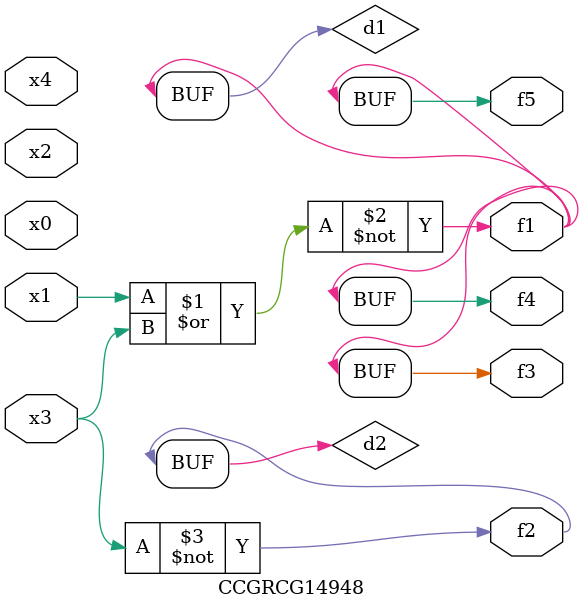
<source format=v>
module CCGRCG14948(
	input x0, x1, x2, x3, x4,
	output f1, f2, f3, f4, f5
);

	wire d1, d2;

	nor (d1, x1, x3);
	not (d2, x3);
	assign f1 = d1;
	assign f2 = d2;
	assign f3 = d1;
	assign f4 = d1;
	assign f5 = d1;
endmodule

</source>
